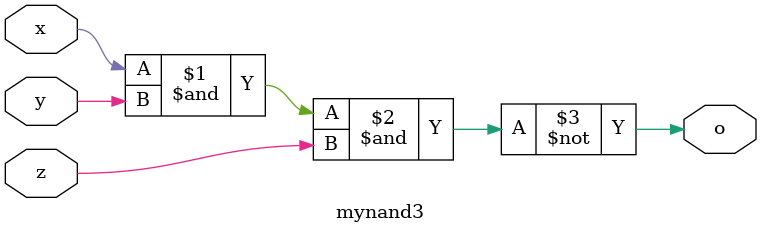
<source format=v>
`timescale 1ns / 1ps
module Decoder_2to4(output [3:0]y,
    input [1:0]i,
    input en
    );
	 wire w1,w2,w3,w4,w5,w6;
	 mynand2 n1(w1,i[1],i[1]);
	 mynand2 n2(w2,i[0],i[0]);
	 mynand3 n3(w3,w1,w2,en);
	 mynand2 n4(y[0],w3,w3);
 	 mynand3 n5(w4,w1,i[0],en);
	 mynand2 n6(y[1],w4,w4);
	 mynand3 n7(w5,w2,i[1],en);
	 mynand2 n8(y[2],w5,w5);
	 mynand3 n9(w6,i[1],i[0],en);
	 mynand2 n10(y[3],w6,w6);
	

endmodule
module mynand2(output o,
    input x,y
    );
	 assign o=~(x&y);
endmodule
	 
module mynand3(output o,
    input x,y,z
    
    );
	 assign o=~(x&y&z);
endmodule

</source>
